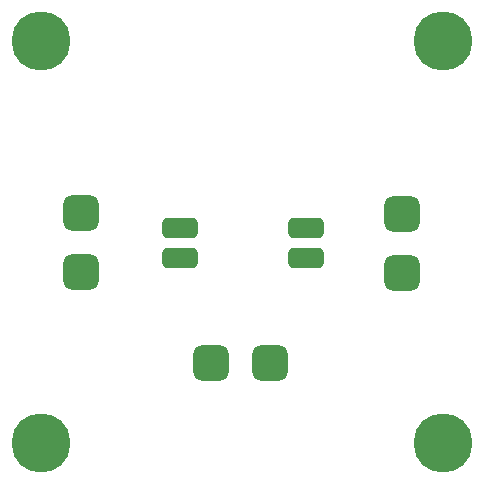
<source format=gbs>
%TF.GenerationSoftware,KiCad,Pcbnew,(6.0.2)*%
%TF.CreationDate,2022-04-05T13:44:54-03:00*%
%TF.ProjectId,EM8900,454d3839-3030-42e6-9b69-6361645f7063,rev?*%
%TF.SameCoordinates,PX5f5e100PY8583b00*%
%TF.FileFunction,Soldermask,Bot*%
%TF.FilePolarity,Negative*%
%FSLAX46Y46*%
G04 Gerber Fmt 4.6, Leading zero omitted, Abs format (unit mm)*
G04 Created by KiCad (PCBNEW (6.0.2)) date 2022-04-05 13:44:54*
%MOMM*%
%LPD*%
G01*
G04 APERTURE LIST*
G04 Aperture macros list*
%AMRoundRect*
4,1,4,2,3,4,5,6,7,8,9,2,3,0*
1,1,$1,$2,$3*
1,1,$1,$2,$3*
1,1,$1,$2,$3*
1,1,$1,$2,$3*
20,1,$1,$2,$3,$4,$5,0*
20,1,$1,$2,$3,$4,$5,0*
20,1,$1,$2,$3,$4,$5,0*
20,1,$1,$2,$3,$4,$5,0*%
G04 Aperture macros list end*
%AMCOMP5*
4,1,3,
-0.75,0.75,
-0.75,-0.75,
0.75,-0.75,
0.75,0.75,
0*
4,1,19,
-0.75,1.5,
-0.51823725421878941,1.4632923872213652,
-0.30916106078064515,1.3567627457812106,
-0.14323725421878941,1.1908389392193548,
-0.036707612778634879,0.98176274578121059,
0,0.75,
-0.036707612778634768,0.51823725421878952,
-0.14323725421878941,0.3091610607806452,
-0.30916106078064509,0.14323725421878952,
-0.51823725421878941,0.036707612778634879,
-0.74999999999999989,0,
-0.98176274578121081,0.036707612778634879,
-1.1908389392193548,0.1432372542187893,
-1.3567627457812104,0.30916106078064509,
-1.4632923872213652,0.5182372542187893,
-1.5,0.74999999999999989,
-1.4632923872213652,0.98176274578121037,
-1.3567627457812108,1.1908389392193546,
-1.190838939219355,1.3567627457812104,
-0.9817627457812107,1.4632923872213652,
0*
4,1,19,
-0.75,0,
-0.51823725421878941,-0.036707612778634879,
-0.30916106078064515,-0.14323725421878941,
-0.14323725421878941,-0.30916106078064515,
-0.036707612778634879,-0.51823725421878941,
0,-0.75,
-0.036707612778634768,-0.98176274578121048,
-0.14323725421878941,-1.1908389392193548,
-0.30916106078064509,-1.3567627457812104,
-0.51823725421878941,-1.4632923872213652,
-0.74999999999999989,-1.5,
-0.98176274578121081,-1.4632923872213652,
-1.1908389392193548,-1.3567627457812108,
-1.3567627457812104,-1.190838939219355,
-1.4632923872213652,-0.9817627457812107,
-1.5,-0.75000000000000011,
-1.4632923872213652,-0.51823725421878963,
-1.3567627457812108,-0.30916106078064531,
-1.190838939219355,-0.14323725421878952,
-0.9817627457812107,-0.036707612778634879,
0*
4,1,19,
0.75,0,
0.98176274578121059,-0.036707612778634879,
1.1908389392193548,-0.14323725421878941,
1.3567627457812106,-0.30916106078064515,
1.4632923872213652,-0.51823725421878941,
1.5,-0.75,
1.4632923872213652,-0.98176274578121048,
1.3567627457812106,-1.1908389392193548,
1.190838939219355,-1.3567627457812104,
0.98176274578121059,-1.4632923872213652,
0.75000000000000011,-1.5,
0.51823725421878919,-1.4632923872213652,
0.3091610607806452,-1.3567627457812108,
0.14323725421878952,-1.190838939219355,
0.036707612778634879,-0.9817627457812107,
0,-0.75000000000000011,
0.036707612778634768,-0.51823725421878963,
0.1432372542187893,-0.30916106078064531,
0.309161060780645,-0.14323725421878952,
0.5182372542187893,-0.036707612778634879,
0*
4,1,19,
0.75,1.5,
0.98176274578121059,1.4632923872213652,
1.1908389392193548,1.3567627457812106,
1.3567627457812106,1.1908389392193548,
1.4632923872213652,0.98176274578121059,
1.5,0.75,
1.4632923872213652,0.51823725421878952,
1.3567627457812106,0.3091610607806452,
1.190838939219355,0.14323725421878952,
0.98176274578121059,0.036707612778634879,
0.75000000000000011,0,
0.51823725421878919,0.036707612778634879,
0.3091610607806452,0.1432372542187893,
0.14323725421878952,0.30916106078064509,
0.036707612778634879,0.5182372542187893,
0,0.74999999999999989,
0.036707612778634768,0.98176274578121037,
0.1432372542187893,1.1908389392193546,
0.309161060780645,1.3567627457812104,
0.5182372542187893,1.4632923872213652,
0*
4,1,3,
-1.5,0.75,
0,0.75,
0,-0.75,
-1.5,-0.75,
0*
4,1,3,
-0.75,-1.5,
-0.75,0,
0.75,0,
0.75,-1.5,
0*
4,1,3,
1.5,-0.75,
0,-0.75,
0,0.75,
1.5,0.75,
0*
4,1,3,
0.75,1.5,
0.75,0,
-0.75,0,
-0.75,1.5,
0*%
%ADD10COMP5,0.75X-0.75X0.75X-0.75X-0.75X0.75X-0.75X0.75X0.75X0*%
%AMCOMP6*
4,1,3,
-1.075,-0.425,
1.075,-0.425,
1.075,0.425,
-1.075,0.425,
0*
4,1,19,
-1.075,0,
-0.94366777739064733,-0.020800980574559758,
-0.82519126777569884,-0.081167777390647344,
-0.73116777739064731,-0.17519126777569891,
-0.67080098057455972,-0.29366777739064731,
-0.64999999999999991,-0.425,
-0.67080098057455961,-0.55633222260935256,
-0.73116777739064731,-0.674808732224301,
-0.82519126777569884,-0.76883222260935258,
-0.94366777739064722,-0.82919901942544016,
-1.075,-0.85,
-1.2063322226093527,-0.82919901942544016,
-1.324808732224301,-0.76883222260935269,
-1.4188322226093526,-0.674808732224301,
-1.4791990194254403,-0.55633222260935267,
-1.5,-0.42500000000000004,
-1.4791990194254403,-0.29366777739064742,
-1.4188322226093526,-0.17519126777569902,
-1.3248087322243012,-0.0811677773906474,
-1.2063322226093527,-0.020800980574559758,
0*
4,1,19,
1.075,0,
1.2063322226093527,-0.020800980574559758,
1.324808732224301,-0.081167777390647344,
1.4188322226093526,-0.17519126777569891,
1.4791990194254403,-0.29366777739064731,
1.5,-0.425,
1.4791990194254403,-0.55633222260935256,
1.4188322226093526,-0.674808732224301,
1.3248087322243012,-0.76883222260935258,
1.2063322226093527,-0.82919901942544016,
1.075,-0.85,
0.94366777739064722,-0.82919901942544016,
0.825191267775699,-0.76883222260935269,
0.73116777739064731,-0.674808732224301,
0.67080098057455972,-0.55633222260935267,
0.64999999999999991,-0.42500000000000004,
0.67080098057455961,-0.29366777739064742,
0.73116777739064731,-0.17519126777569902,
0.82519126777569873,-0.0811677773906474,
0.94366777739064722,-0.020800980574559758,
0*
4,1,19,
1.075,0.85,
1.2063322226093527,0.82919901942544016,
1.324808732224301,0.76883222260935269,
1.4188322226093526,0.674808732224301,
1.4791990194254403,0.55633222260935267,
1.5,0.425,
1.4791990194254403,0.29366777739064737,
1.4188322226093526,0.17519126777569896,
1.3248087322243012,0.0811677773906474,
1.2063322226093527,0.020800980574559758,
1.075,0,
0.94366777739064722,0.020800980574559758,
0.825191267775699,0.081167777390647289,
0.73116777739064731,0.17519126777569888,
0.67080098057455972,0.29366777739064731,
0.64999999999999991,0.42499999999999993,
0.67080098057455961,0.55633222260935256,
0.73116777739064731,0.67480873222430093,
0.82519126777569873,0.76883222260935258,
0.94366777739064722,0.82919901942544016,
0*
4,1,19,
-1.075,0.85,
-0.94366777739064733,0.82919901942544016,
-0.82519126777569884,0.76883222260935269,
-0.73116777739064731,0.674808732224301,
-0.67080098057455972,0.55633222260935267,
-0.64999999999999991,0.425,
-0.67080098057455961,0.29366777739064737,
-0.73116777739064731,0.17519126777569896,
-0.82519126777569884,0.0811677773906474,
-0.94366777739064722,0.020800980574559758,
-1.075,0,
-1.2063322226093527,0.020800980574559758,
-1.324808732224301,0.081167777390647289,
-1.4188322226093526,0.17519126777569888,
-1.4791990194254403,0.29366777739064731,
-1.5,0.42499999999999993,
-1.4791990194254403,0.55633222260935256,
-1.4188322226093526,0.67480873222430093,
-1.3248087322243012,0.76883222260935258,
-1.2063322226093527,0.82919901942544016,
0*
4,1,3,
-1.075,-0.85,
-1.075,0,
1.075,0,
1.075,-0.85,
0*
4,1,3,
1.5,-0.425,
0.64999999999999991,-0.425,
0.64999999999999991,0.425,
1.5,0.425,
0*
4,1,3,
1.075,0.85,
1.075,0,
-1.075,0,
-1.075,0.85,
0*
4,1,3,
-1.5,0.425,
-0.64999999999999991,0.425,
-0.64999999999999991,-0.425,
-1.5,-0.425,
0*%
%ADD11COMP6,0.425X-1.075X-0.425X1.075X-0.425X1.075X0.425X-1.075X0.425X0*%
%AMCOMP7*
4,1,3,
0.75,-0.75,
0.75,0.75,
-0.75,0.75,
-0.75,-0.75,
0*
4,1,19,
0.75,0,
0.98176274578121059,-0.036707612778634879,
1.1908389392193548,-0.14323725421878941,
1.3567627457812106,-0.30916106078064515,
1.4632923872213652,-0.51823725421878941,
1.5,-0.75,
1.4632923872213652,-0.98176274578121048,
1.3567627457812106,-1.1908389392193548,
1.190838939219355,-1.3567627457812104,
0.98176274578121059,-1.4632923872213652,
0.75000000000000011,-1.5,
0.51823725421878919,-1.4632923872213652,
0.3091610607806452,-1.3567627457812108,
0.14323725421878952,-1.190838939219355,
0.036707612778634879,-0.9817627457812107,
0,-0.75000000000000011,
0.036707612778634768,-0.51823725421878963,
0.1432372542187893,-0.30916106078064531,
0.309161060780645,-0.14323725421878952,
0.5182372542187893,-0.036707612778634879,
0*
4,1,19,
0.75,1.5,
0.98176274578121059,1.4632923872213652,
1.1908389392193548,1.3567627457812106,
1.3567627457812106,1.1908389392193548,
1.4632923872213652,0.98176274578121059,
1.5,0.75,
1.4632923872213652,0.51823725421878952,
1.3567627457812106,0.3091610607806452,
1.190838939219355,0.14323725421878952,
0.98176274578121059,0.036707612778634879,
0.75000000000000011,0,
0.51823725421878919,0.036707612778634879,
0.3091610607806452,0.1432372542187893,
0.14323725421878952,0.30916106078064509,
0.036707612778634879,0.5182372542187893,
0,0.74999999999999989,
0.036707612778634768,0.98176274578121037,
0.1432372542187893,1.1908389392193546,
0.309161060780645,1.3567627457812104,
0.5182372542187893,1.4632923872213652,
0*
4,1,19,
-0.75,1.5,
-0.51823725421878941,1.4632923872213652,
-0.30916106078064515,1.3567627457812106,
-0.14323725421878941,1.1908389392193548,
-0.036707612778634879,0.98176274578121059,
0,0.75,
-0.036707612778634768,0.51823725421878952,
-0.14323725421878941,0.3091610607806452,
-0.30916106078064509,0.14323725421878952,
-0.51823725421878941,0.036707612778634879,
-0.74999999999999989,0,
-0.98176274578121081,0.036707612778634879,
-1.1908389392193548,0.1432372542187893,
-1.3567627457812104,0.30916106078064509,
-1.4632923872213652,0.5182372542187893,
-1.5,0.74999999999999989,
-1.4632923872213652,0.98176274578121037,
-1.3567627457812108,1.1908389392193546,
-1.190838939219355,1.3567627457812104,
-0.9817627457812107,1.4632923872213652,
0*
4,1,19,
-0.75,0,
-0.51823725421878941,-0.036707612778634879,
-0.30916106078064515,-0.14323725421878941,
-0.14323725421878941,-0.30916106078064515,
-0.036707612778634879,-0.51823725421878941,
0,-0.75,
-0.036707612778634768,-0.98176274578121048,
-0.14323725421878941,-1.1908389392193548,
-0.30916106078064509,-1.3567627457812104,
-0.51823725421878941,-1.4632923872213652,
-0.74999999999999989,-1.5,
-0.98176274578121081,-1.4632923872213652,
-1.1908389392193548,-1.3567627457812108,
-1.3567627457812104,-1.190838939219355,
-1.4632923872213652,-0.9817627457812107,
-1.5,-0.75000000000000011,
-1.4632923872213652,-0.51823725421878963,
-1.3567627457812108,-0.30916106078064531,
-1.190838939219355,-0.14323725421878952,
-0.9817627457812107,-0.036707612778634879,
0*
4,1,3,
1.5,-0.75,
0,-0.75,
0,0.75,
1.5,0.75,
0*
4,1,3,
0.75,1.5,
0.75,0,
-0.75,0,
-0.75,1.5,
0*
4,1,3,
-1.5,0.75,
0,0.75,
0,-0.75,
-1.5,-0.75,
0*
4,1,3,
-0.75,-1.5,
-0.75,0,
0.75,0,
0.75,-1.5,
0*%
%ADD12COMP7,0.75X0.75X-0.75X0.75X0.75X-0.75X0.75X-0.75X-0.75X0*%
%AMCOMP8*
4,1,3,
0.75,0.75,
-0.75,0.75,
-0.75,-0.75,
0.75,-0.75,
0*
4,1,19,
0.75,1.5,
0.98176274578121059,1.4632923872213652,
1.1908389392193548,1.3567627457812106,
1.3567627457812106,1.1908389392193548,
1.4632923872213652,0.98176274578121059,
1.5,0.75,
1.4632923872213652,0.51823725421878952,
1.3567627457812106,0.3091610607806452,
1.190838939219355,0.14323725421878952,
0.98176274578121059,0.036707612778634879,
0.75000000000000011,0,
0.51823725421878919,0.036707612778634879,
0.3091610607806452,0.1432372542187893,
0.14323725421878952,0.30916106078064509,
0.036707612778634879,0.5182372542187893,
0,0.74999999999999989,
0.036707612778634768,0.98176274578121037,
0.1432372542187893,1.1908389392193546,
0.309161060780645,1.3567627457812104,
0.5182372542187893,1.4632923872213652,
0*
4,1,19,
-0.75,1.5,
-0.51823725421878941,1.4632923872213652,
-0.30916106078064515,1.3567627457812106,
-0.14323725421878941,1.1908389392193548,
-0.036707612778634879,0.98176274578121059,
0,0.75,
-0.036707612778634768,0.51823725421878952,
-0.14323725421878941,0.3091610607806452,
-0.30916106078064509,0.14323725421878952,
-0.51823725421878941,0.036707612778634879,
-0.74999999999999989,0,
-0.98176274578121081,0.036707612778634879,
-1.1908389392193548,0.1432372542187893,
-1.3567627457812104,0.30916106078064509,
-1.4632923872213652,0.5182372542187893,
-1.5,0.74999999999999989,
-1.4632923872213652,0.98176274578121037,
-1.3567627457812108,1.1908389392193546,
-1.190838939219355,1.3567627457812104,
-0.9817627457812107,1.4632923872213652,
0*
4,1,19,
-0.75,0,
-0.51823725421878941,-0.036707612778634879,
-0.30916106078064515,-0.14323725421878941,
-0.14323725421878941,-0.30916106078064515,
-0.036707612778634879,-0.51823725421878941,
0,-0.75,
-0.036707612778634768,-0.98176274578121048,
-0.14323725421878941,-1.1908389392193548,
-0.30916106078064509,-1.3567627457812104,
-0.51823725421878941,-1.4632923872213652,
-0.74999999999999989,-1.5,
-0.98176274578121081,-1.4632923872213652,
-1.1908389392193548,-1.3567627457812108,
-1.3567627457812104,-1.190838939219355,
-1.4632923872213652,-0.9817627457812107,
-1.5,-0.75000000000000011,
-1.4632923872213652,-0.51823725421878963,
-1.3567627457812108,-0.30916106078064531,
-1.190838939219355,-0.14323725421878952,
-0.9817627457812107,-0.036707612778634879,
0*
4,1,19,
0.75,0,
0.98176274578121059,-0.036707612778634879,
1.1908389392193548,-0.14323725421878941,
1.3567627457812106,-0.30916106078064515,
1.4632923872213652,-0.51823725421878941,
1.5,-0.75,
1.4632923872213652,-0.98176274578121048,
1.3567627457812106,-1.1908389392193548,
1.190838939219355,-1.3567627457812104,
0.98176274578121059,-1.4632923872213652,
0.75000000000000011,-1.5,
0.51823725421878919,-1.4632923872213652,
0.3091610607806452,-1.3567627457812108,
0.14323725421878952,-1.190838939219355,
0.036707612778634879,-0.9817627457812107,
0,-0.75000000000000011,
0.036707612778634768,-0.51823725421878963,
0.1432372542187893,-0.30916106078064531,
0.309161060780645,-0.14323725421878952,
0.5182372542187893,-0.036707612778634879,
0*
4,1,3,
0.75,1.5,
0.75,0,
-0.75,0,
-0.75,1.5,
0*
4,1,3,
-1.5,0.75,
0,0.75,
0,-0.75,
-1.5,-0.75,
0*
4,1,3,
-0.75,-1.5,
-0.75,0,
0.75,0,
0.75,-1.5,
0*
4,1,3,
1.5,-0.75,
0,-0.75,
0,0.75,
1.5,0.75,
0*%
%ADD13COMP8,0.75X0.75X0.75X-0.75X0.75X-0.75X-0.75X0.75X-0.75X0*%
%ADD14C,5*%
G04 APERTURE END LIST*
D10*
X0000000000Y0000000000D02*
X0006426000Y0022525000D03*
X0006426000Y0017525000D03*
D11*
X0014808000Y0021255000D03*
X0014808000Y0018715000D03*
X0025476000Y0021255000D03*
X0025476000Y0018715000D03*
D12*
X0033604000Y0017445000D03*
X0033604000Y0022445000D03*
D13*
X0022428000Y0009825000D03*
X0017428000Y0009825000D03*
D14*
X0003048000Y0003048000D03*
X0037084000Y0037084000D03*
X0003048000Y0037084000D03*
X0037084000Y0003048000D03*
M02*
</source>
